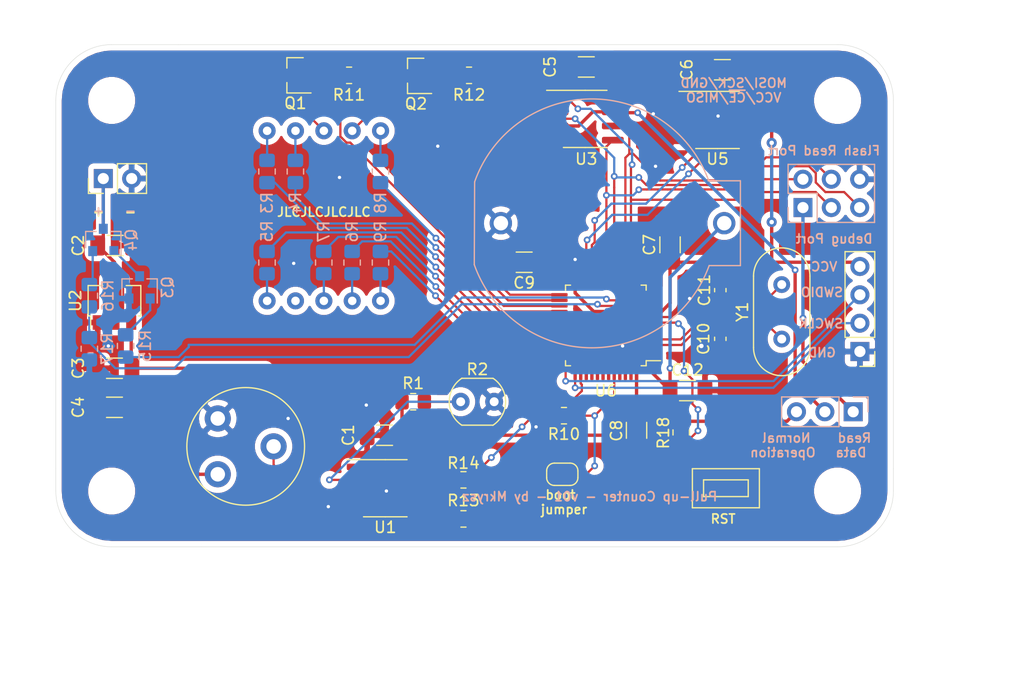
<source format=kicad_pcb>
(kicad_pcb (version 20171130) (host pcbnew "(5.1.10)-1")
  (title_block (rev 1))
  (layers (0 F.Cu signal) (31 B.Cu signal) (34 B.Paste user) (35 F.Paste user) (36 B.SilkS user) (37 F.SilkS user) (38 B.Mask user) (39 F.Mask user) (44 Edge.Cuts user))
  (net 0 "")
  (net 1 GND)
  (net 2 +BATT)
  (net 3 +3V0)
  (net 4 +3V3)
  (net 5 /boot)
  (net 6 /disp_pwr_1)
  (net 7 "Net-(Q1-Pad1)")
  (net 8 /disp_pwr_0)
  (net 9 "Net-(Q2-Pad1)")
  (net 10 "Net-(Q3-Pad3)")
  (net 11 "Net-(Q3-Pad1)")
  (net 12 "Net-(Q4-Pad2)")
  (net 13 /DIST_OUTA)
  (net 14 /dis_a)
  (net 15 "Net-(R3-Pad1)")
  (net 16 /dis_b)
  (net 17 "Net-(R4-Pad1)")
  (net 18 /dis_c)
  (net 19 "Net-(R5-Pad1)")
  (net 20 /dis_d)
  (net 21 "Net-(R6-Pad1)")
  (net 22 /dis_e)
  (net 23 "Net-(R7-Pad1)")
  (net 24 /dis_f)
  (net 25 "Net-(R8-Pad1)")
  (net 26 /dis_g)
  (net 27 "Net-(R9-Pad1)")
  (net 28 /dis_sel_1)
  (net 29 /dis_sel_0)
  (net 30 /DIST_REF)
  (net 31 "Net-(R13-Pad1)")
  (net 32 /DIST_OUTD)
  (net 33 /BAT_SENSE_EN)
  (net 34 /BAT_SENSE)
  (net 35 /~RST)
  (net 36 /SCK)
  (net 37 /MOSI)
  (net 38 /MISO)
  (net 39 /~CE)
  (net 40 /SCL)
  (net 41 /SDA)
  (net 42 "Net-(C10-Pad1)")
  (net 43 "Net-(C11-Pad1)")
  (net 44 /SWDIO)
  (net 45 /SWCLK)
  (net 46 /~HOLD)
  (net 47 /READ_PWR)
  (module Potentiometer_THT:Potentiometer_Piher_PT-10-V05_Vertical (layer F.Cu) (at 164.5 67.5)
    (fp_text reference RN1 hide)
    (fp_text value Voltage_Divider)
    (pad 1 thru_hole circle (at 0 0) (size 2.34 2.34) (drill 1.3) (layers *.Cu *.Mask) (net 4 +3V3))
    (pad 2 thru_hole circle (at 5 -2.5) (size 2.34 2.34) (drill 1.3) (layers *.Cu *.Mask) (net 30 /DIST_REF))
    (pad 3 thru_hole circle (at 0 -5) (size 2.34 2.34) (drill 1.3) (layers *.Cu *.Mask) (net 1 GND))
  )
  (module Connector_PinSocket_2.54mm:PinSocket_2x03_P2.54mm_Vertical (layer B.Cu) (at 216.9 43.6 270)
    (fp_text reference J2 hide)
    (fp_text value READ_PORT)
    (pad 6 thru_hole oval (at -2.54 -5.08 270) (size 1.7 1.7) (drill 1) (layers *.Cu *.Mask) (net 1 GND))
    (pad 5 thru_hole oval (at 0 -5.08 270) (size 1.7 1.7) (drill 1) (layers *.Cu *.Mask) (net 38 /MISO))
    (pad 4 thru_hole oval (at -2.54 -2.54 270) (size 1.7 1.7) (drill 1) (layers *.Cu *.Mask) (net 36 /SCK))
    (pad 3 thru_hole oval (at 0 -2.54 270) (size 1.7 1.7) (drill 1) (layers *.Cu *.Mask) (net 39 /~CE))
    (pad 2 thru_hole oval (at -2.54 0 270) (size 1.7 1.7) (drill 1) (layers *.Cu *.Mask) (net 37 /MOSI))
    (pad 1 thru_hole rect (at 0 0 270) (size 1.7 1.7) (drill 1) (layers *.Cu *.Mask) (net 47 /READ_PWR))
  )
  (module Connector_PinSocket_2.54mm:PinSocket_1x03_P2.54mm_Vertical (layer B.Cu) (at 221.4 61.9 90)
    (fp_text reference JP2 hide)
    (fp_text value Jumper_3_Open)
    (pad 3 thru_hole oval (at 0 -5.08 90) (size 1.7 1.7) (drill 1) (layers *.Cu *.Mask) (net 4 +3V3))
    (pad 2 thru_hole oval (at 0 -2.54 90) (size 1.7 1.7) (drill 1) (layers *.Cu *.Mask) (net 46 /~HOLD))
    (pad 1 thru_hole rect (at 0 0 90) (size 1.7 1.7) (drill 1) (layers *.Cu *.Mask) (net 47 /READ_PWR))
  )
  (module Package_SO:SOIC-8_3.9x4.9mm_P1.27mm (layer F.Cu) (at 197.4 35.655)
    (fp_text reference U3 (at 0.1 3.595) (layer F.SilkS))
    (fp_text value P25Q40H)
    (pad 8 smd roundrect (at 2.475 -1.905) (size 1.95 0.6) (layers F.Cu F.Paste F.Mask) (net 46 /~HOLD))
    (pad 7 smd roundrect (at 2.475 -0.635) (size 1.95 0.6) (layers F.Cu F.Paste F.Mask) (net 46 /~HOLD))
    (pad 6 smd roundrect (at 2.475 0.635) (size 1.95 0.6) (layers F.Cu F.Paste F.Mask) (net 36 /SCK))
    (pad 5 smd roundrect (at 2.475 1.905) (size 1.95 0.6) (layers F.Cu F.Paste F.Mask) (net 37 /MOSI))
    (pad 4 smd roundrect (at -2.475 1.905) (size 1.95 0.6) (layers F.Cu F.Paste F.Mask) (net 1 GND))
    (pad 3 smd roundrect (at -2.475 0.635) (size 1.95 0.6) (layers F.Cu F.Paste F.Mask) (net 46 /~HOLD))
    (pad 2 smd roundrect (at -2.475 -0.635) (size 1.95 0.6) (layers F.Cu F.Paste F.Mask) (net 38 /MISO))
    (pad 1 smd roundrect (at -2.475 -1.905) (size 1.95 0.6) (layers F.Cu F.Paste F.Mask) (net 39 /~CE))
  )
  (module custom_buttons_switches:TSB008 (layer F.Cu) (at 207 70.5)
    (fp_text reference SW1 hide)
    (fp_text value SW_Push)
    (pad 2 smd rect (at 6.825 -1.75) (size 1.5 0.6) (layers F.Cu F.Paste F.Mask) (net 1 GND))
    (pad 1 smd rect (at -0.825 -1.75) (size 1.5 0.6) (layers F.Cu F.Paste F.Mask) (net 35 /~RST))
  )
  (module Battery_Custom:CR2032_CR2025_Battery_Holder (layer B.Cu) (at 198 45)
    (fp_text reference BT2 hide)
    (fp_text value Battery_Cell)
    (pad 2 thru_hole circle (at -8.15 0) (size 2 2) (drill 1.3) (layers *.Cu *.Mask) (net 1 GND))
    (pad 1 thru_hole circle (at 11.85 0) (size 2 2) (drill 1.3) (layers *.Cu *.Mask) (net 3 +3V0))
  )
  (module Crystal:Crystal_HC49-4H_Vertical (layer F.Cu) (at 215 55.38 90)
    (fp_text reference Y1 (at 2.44 -3.525 90) (layer F.SilkS))
    (fp_text value 32.768KHz)
    (pad 2 thru_hole circle (at 4.88 0 90) (size 1.5 1.5) (drill 0.8) (layers *.Cu *.Mask) (net 43 "Net-(C11-Pad1)"))
    (pad 1 thru_hole circle (at 0 0 90) (size 1.5 1.5) (drill 0.8) (layers *.Cu *.Mask) (net 42 "Net-(C10-Pad1)"))
  )
  (module Resistor_SMD:R_0805_2012Metric_Pad1.20x1.40mm_HandSolder (layer F.Cu) (at 206 63.75 270)
    (fp_text reference R18 (at 0.05 1.6 90) (layer F.SilkS))
    (fp_text value 10K)
    (pad 2 smd roundrect (at 1 0 270) (size 1.2 1.4) (layers F.Cu F.Paste F.Mask) (roundrect_rratio 0.2083325) (net 35 /~RST))
    (pad 1 smd roundrect (at -1 0 270) (size 1.2 1.4) (layers F.Cu F.Paste F.Mask) (roundrect_rratio 0.2083325) (net 4 +3V3))
  )
  (module Connector_PinHeader_2.54mm:PinHeader_1x04_P2.54mm_Vertical (layer F.Cu) (at 222 56.5 180)
    (fp_text reference J1 hide)
    (fp_text value FOUR_WIRE_CONN)
    (pad 4 thru_hole oval (at 0 7.62 180) (size 1.7 1.7) (drill 1) (layers *.Cu *.Mask) (net 4 +3V3))
    (pad 3 thru_hole oval (at 0 5.08 180) (size 1.7 1.7) (drill 1) (layers *.Cu *.Mask) (net 44 /SWDIO))
    (pad 2 thru_hole oval (at 0 2.54 180) (size 1.7 1.7) (drill 1) (layers *.Cu *.Mask) (net 45 /SWCLK))
    (pad 1 thru_hole rect (at 0 0 180) (size 1.7 1.7) (drill 1) (layers *.Cu *.Mask) (net 1 GND))
  )
  (module Capacitor_SMD:C_1206_3216Metric_Pad1.33x1.80mm_HandSolder (layer F.Cu) (at 206.5625 60)
    (fp_text reference C12 (at 0 -1.85) (layer F.SilkS))
    (fp_text value 100nF)
    (pad 2 smd roundrect (at 1.5625 0) (size 1.325 1.8) (layers F.Cu F.Paste F.Mask) (roundrect_rratio 0.1886777358490566) (net 1 GND))
    (pad 1 smd roundrect (at -1.5625 0) (size 1.325 1.8) (layers F.Cu F.Paste F.Mask) (roundrect_rratio 0.1886777358490566) (net 3 +3V0))
  )
  (module Capacitor_SMD:C_0603_1608Metric_Pad1.08x0.95mm_HandSolder (layer F.Cu) (at 209.5 51 90)
    (fp_text reference C11 (at 0 -1.43 90) (layer F.SilkS))
    (fp_text value 10pF)
    (pad 2 smd roundrect (at 0.8625 0 90) (size 1.075 0.95) (layers F.Cu F.Paste F.Mask) (net 1 GND))
    (pad 1 smd roundrect (at -0.8625 0 90) (size 1.075 0.95) (layers F.Cu F.Paste F.Mask) (net 43 "Net-(C11-Pad1)"))
  )
  (module Capacitor_SMD:C_0603_1608Metric_Pad1.08x0.95mm_HandSolder (layer F.Cu) (at 209.5 55.362501 270)
    (fp_text reference C10 (at 0 1.5 90) (layer F.SilkS))
    (fp_text value 10pF)
    (pad 2 smd roundrect (at 0.8625 0 270) (size 1.075 0.95) (layers F.Cu F.Paste F.Mask) (net 1 GND))
    (pad 1 smd roundrect (at -0.8625 0 270) (size 1.075 0.95) (layers F.Cu F.Paste F.Mask) (net 42 "Net-(C10-Pad1)"))
  )
  (module Package_QFP:LQFP-48_7x7mm_P0.5mm (layer F.Cu) (at 199.25 54.1625 180)
    (fp_text reference U6 (at 0 -5.85) (layer F.SilkS))
    (fp_text value STM32F031C6Tx)
    (pad 48 smd roundrect (at -2.75 -4.1625 180) (size 0.3 1.475) (layers F.Cu F.Paste F.Mask) (net 4 +3V3))
    (pad 47 smd roundrect (at -2.25 -4.1625 180) (size 0.3 1.475) (layers F.Cu F.Paste F.Mask) (net 1 GND))
    (pad 46 smd roundrect (at -1.75 -4.1625 180) (size 0.3 1.475) (layers F.Cu F.Paste F.Mask))
    (pad 45 smd roundrect (at -1.25 -4.1625 180) (size 0.3 1.475) (layers F.Cu F.Paste F.Mask))
    (pad 44 smd roundrect (at -0.75 -4.1625 180) (size 0.3 1.475) (layers F.Cu F.Paste F.Mask) (net 5 /boot))
    (pad 43 smd roundrect (at -0.25 -4.1625 180) (size 0.3 1.475) (layers F.Cu F.Paste F.Mask))
    (pad 42 smd roundrect (at 0.25 -4.1625 180) (size 0.3 1.475) (layers F.Cu F.Paste F.Mask))
    (pad 41 smd roundrect (at 0.75 -4.1625 180) (size 0.3 1.475) (layers F.Cu F.Paste F.Mask))
    (pad 40 smd roundrect (at 1.25 -4.1625 180) (size 0.3 1.475) (layers F.Cu F.Paste F.Mask))
    (pad 39 smd roundrect (at 1.75 -4.1625 180) (size 0.3 1.475) (layers F.Cu F.Paste F.Mask))
    (pad 38 smd roundrect (at 2.25 -4.1625 180) (size 0.3 1.475) (layers F.Cu F.Paste F.Mask) (net 32 /DIST_OUTD))
    (pad 37 smd roundrect (at 2.75 -4.1625 180) (size 0.3 1.475) (layers F.Cu F.Paste F.Mask) (net 45 /SWCLK))
    (pad 36 smd roundrect (at 4.1625 -2.75 180) (size 1.475 0.3) (layers F.Cu F.Paste F.Mask))
    (pad 35 smd roundrect (at 4.1625 -2.25 180) (size 1.475 0.3) (layers F.Cu F.Paste F.Mask))
    (pad 34 smd roundrect (at 4.1625 -1.75 180) (size 1.475 0.3) (layers F.Cu F.Paste F.Mask) (net 44 /SWDIO))
    (pad 33 smd roundrect (at 4.1625 -1.25 180) (size 1.475 0.3) (layers F.Cu F.Paste F.Mask) (net 26 /dis_g))
    (pad 32 smd roundrect (at 4.1625 -0.75 180) (size 1.475 0.3) (layers F.Cu F.Paste F.Mask) (net 20 /dis_d))
    (pad 31 smd roundrect (at 4.1625 -0.25 180) (size 1.475 0.3) (layers F.Cu F.Paste F.Mask) (net 22 /dis_e))
    (pad 30 smd roundrect (at 4.1625 0.25 180) (size 1.475 0.3) (layers F.Cu F.Paste F.Mask) (net 18 /dis_c))
    (pad 29 smd roundrect (at 4.1625 0.75 180) (size 1.475 0.3) (layers F.Cu F.Paste F.Mask) (net 14 /dis_a))
    (pad 28 smd roundrect (at 4.1625 1.25 180) (size 1.475 0.3) (layers F.Cu F.Paste F.Mask) (net 16 /dis_b))
    (pad 27 smd roundrect (at 4.1625 1.75 180) (size 1.475 0.3) (layers F.Cu F.Paste F.Mask) (net 24 /dis_f))
    (pad 26 smd roundrect (at 4.1625 2.25 180) (size 1.475 0.3) (layers F.Cu F.Paste F.Mask) (net 28 /dis_sel_1))
    (pad 25 smd roundrect (at 4.1625 2.75 180) (size 1.475 0.3) (layers F.Cu F.Paste F.Mask) (net 29 /dis_sel_0))
    (pad 24 smd roundrect (at 2.75 4.1625 180) (size 0.3 1.475) (layers F.Cu F.Paste F.Mask) (net 4 +3V3))
    (pad 23 smd roundrect (at 2.25 4.1625 180) (size 0.3 1.475) (layers F.Cu F.Paste F.Mask) (net 1 GND))
    (pad 22 smd roundrect (at 1.75 4.1625 180) (size 0.3 1.475) (layers F.Cu F.Paste F.Mask) (net 41 /SDA))
    (pad 21 smd roundrect (at 1.25 4.1625 180) (size 0.3 1.475) (layers F.Cu F.Paste F.Mask) (net 40 /SCL))
    (pad 20 smd roundrect (at 0.75 4.1625 180) (size 0.3 1.475) (layers F.Cu F.Paste F.Mask))
    (pad 19 smd roundrect (at 0.25 4.1625 180) (size 0.3 1.475) (layers F.Cu F.Paste F.Mask))
    (pad 18 smd roundrect (at -0.25 4.1625 180) (size 0.3 1.475) (layers F.Cu F.Paste F.Mask))
    (pad 17 smd roundrect (at -0.75 4.1625 180) (size 0.3 1.475) (layers F.Cu F.Paste F.Mask) (net 37 /MOSI))
    (pad 16 smd roundrect (at -1.25 4.1625 180) (size 0.3 1.475) (layers F.Cu F.Paste F.Mask) (net 38 /MISO))
    (pad 15 smd roundrect (at -1.75 4.1625 180) (size 0.3 1.475) (layers F.Cu F.Paste F.Mask) (net 36 /SCK))
    (pad 14 smd roundrect (at -2.25 4.1625 180) (size 0.3 1.475) (layers F.Cu F.Paste F.Mask) (net 39 /~CE))
    (pad 13 smd roundrect (at -2.75 4.1625 180) (size 0.3 1.475) (layers F.Cu F.Paste F.Mask))
    (pad 12 smd roundrect (at -4.1625 2.75 180) (size 1.475 0.3) (layers F.Cu F.Paste F.Mask))
    (pad 11 smd roundrect (at -4.1625 2.25 180) (size 1.475 0.3) (layers F.Cu F.Paste F.Mask) (net 33 /BAT_SENSE_EN))
    (pad 10 smd roundrect (at -4.1625 1.75 180) (size 1.475 0.3) (layers F.Cu F.Paste F.Mask) (net 34 /BAT_SENSE))
    (pad 9 smd roundrect (at -4.1625 1.25 180) (size 1.475 0.3) (layers F.Cu F.Paste F.Mask) (net 4 +3V3))
    (pad 8 smd roundrect (at -4.1625 0.75 180) (size 1.475 0.3) (layers F.Cu F.Paste F.Mask) (net 1 GND))
    (pad 7 smd roundrect (at -4.1625 0.25 180) (size 1.475 0.3) (layers F.Cu F.Paste F.Mask) (net 35 /~RST))
    (pad 6 smd roundrect (at -4.1625 -0.25 180) (size 1.475 0.3) (layers F.Cu F.Paste F.Mask))
    (pad 5 smd roundrect (at -4.1625 -0.75 180) (size 1.475 0.3) (layers F.Cu F.Paste F.Mask))
    (pad 4 smd roundrect (at -4.1625 -1.25 180) (size 1.475 0.3) (layers F.Cu F.Paste F.Mask) (net 43 "Net-(C11-Pad1)"))
    (pad 3 smd roundrect (at -4.1625 -1.75 180) (size 1.475 0.3) (layers F.Cu F.Paste F.Mask) (net 42 "Net-(C10-Pad1)"))
    (pad 2 smd roundrect (at -4.1625 -2.25 180) (size 1.475 0.3) (layers F.Cu F.Paste F.Mask))
    (pad 1 smd roundrect (at -4.1625 -2.75 180) (size 1.475 0.3) (layers F.Cu F.Paste F.Mask) (net 3 +3V0))
  )
  (module Package_SO:SOIC-8_3.9x4.9mm_P1.27mm (layer F.Cu) (at 209.25 35.75)
    (fp_text reference U5 (at 0 3.5) (layer F.SilkS))
    (fp_text value AT24C02)
    (pad 8 smd roundrect (at 2.475 -1.905) (size 1.95 0.6) (layers F.Cu F.Paste F.Mask) (net 4 +3V3))
    (pad 7 smd roundrect (at 2.475 -0.635) (size 1.95 0.6) (layers F.Cu F.Paste F.Mask) (net 1 GND))
    (pad 6 smd roundrect (at 2.475 0.635) (size 1.95 0.6) (layers F.Cu F.Paste F.Mask) (net 40 /SCL))
    (pad 5 smd roundrect (at 2.475 1.905) (size 1.95 0.6) (layers F.Cu F.Paste F.Mask) (net 41 /SDA))
    (pad 4 smd roundrect (at -2.475 1.905) (size 1.95 0.6) (layers F.Cu F.Paste F.Mask) (net 1 GND))
    (pad 3 smd roundrect (at -2.475 0.635) (size 1.95 0.6) (layers F.Cu F.Paste F.Mask) (net 1 GND))
    (pad 2 smd roundrect (at -2.475 -0.635) (size 1.95 0.6) (layers F.Cu F.Paste F.Mask) (net 1 GND))
    (pad 1 smd roundrect (at -2.475 -1.905) (size 1.95 0.6) (layers F.Cu F.Paste F.Mask) (net 1 GND))
  )
  (module Seven_Segment_Display_Custom:2_Digit_0_56_inch (layer F.Cu) (at 161.3 54.5)
    (fp_text reference U4 hide)
    (fp_text value dual_sev_seg_display)
    (pad 10 thru_hole circle (at 7.62 -17.78) (size 1.524 1.524) (drill 0.762) (layers *.Cu *.Mask) (net 15 "Net-(R3-Pad1)"))
    (pad 9 thru_hole circle (at 10.16 -17.78) (size 1.524 1.524) (drill 0.762) (layers *.Cu *.Mask) (net 17 "Net-(R4-Pad1)"))
    (pad 8 thru_hole circle (at 12.7 -17.78) (size 1.524 1.524) (drill 0.762) (layers *.Cu *.Mask) (net 6 /disp_pwr_1))
    (pad 7 thru_hole circle (at 15.24 -17.78) (size 1.524 1.524) (drill 0.762) (layers *.Cu *.Mask) (net 8 /disp_pwr_0))
    (pad 6 thru_hole circle (at 17.78 -17.78) (size 1.524 1.524) (drill 0.762) (layers *.Cu *.Mask) (net 25 "Net-(R8-Pad1)"))
    (pad 5 thru_hole circle (at 17.78 -2.54) (size 1.524 1.524) (drill 0.762) (layers *.Cu *.Mask) (net 27 "Net-(R9-Pad1)"))
    (pad 4 thru_hole circle (at 15.24 -2.54) (size 1.524 1.524) (drill 0.762) (layers *.Cu *.Mask) (net 21 "Net-(R6-Pad1)"))
    (pad 3 thru_hole circle (at 12.7 -2.54) (size 1.524 1.524) (drill 0.762) (layers *.Cu *.Mask) (net 23 "Net-(R7-Pad1)"))
    (pad 2 thru_hole circle (at 10.16 -2.54) (size 1.524 1.524) (drill 0.762) (layers *.Cu *.Mask))
    (pad 1 thru_hole circle (at 7.62 -2.54) (size 1.524 1.524) (drill 0.762) (layers *.Cu *.Mask) (net 19 "Net-(R5-Pad1)"))
  )
  (module Package_TO_SOT_SMD:SOT-89-3 (layer F.Cu) (at 155.25 52.25 90)
    (fp_text reference U2 (at 0.3 -3.5 90) (layer F.SilkS))
    (fp_text value HT7333)
    (pad 2 smd custom (at -1.5625 0 90) (size 1.475 0.9) (layers F.Cu F.Paste F.Mask) (net 2 +BATT) (options (clearance outline) (anchor rect)) (primitives (gr_poly (pts (xy 0.7375 -0.8665) (xy 3.8625 -0.8665) (xy 3.8625 0.8665) (xy 0.7375 0.8665)) (width 0))))
    (pad 3 smd rect (at -1.65 1.5 90) (size 1.3 0.9) (layers F.Cu F.Paste F.Mask) (net 4 +3V3))
    (pad 1 smd rect (at -1.65 -1.5 90) (size 1.3 0.9) (layers F.Cu F.Paste F.Mask) (net 1 GND))
  )
  (module Package_SO:SOIC-8_3.9x4.9mm_P1.27mm (layer F.Cu) (at 179.5 68.75)
    (fp_text reference U1 (at 0 3.5) (layer F.SilkS))
    (fp_text value LM358)
    (pad 8 smd roundrect (at 2.475 -1.905) (size 1.95 0.6) (layers F.Cu F.Paste F.Mask) (net 4 +3V3))
    (pad 7 smd roundrect (at 2.475 -0.635) (size 1.95 0.6) (layers F.Cu F.Paste F.Mask))
    (pad 6 smd roundrect (at 2.475 0.635) (size 1.95 0.6) (layers F.Cu F.Paste F.Mask) (net 1 GND))
    (pad 5 smd roundrect (at 2.475 1.905) (size 1.95 0.6) (layers F.Cu F.Paste F.Mask) (net 1 GND))
    (pad 4 smd roundrect (at -2.475 1.905) (size 1.95 0.6) (layers F.Cu F.Paste F.Mask) (net 1 GND))
    (pad 3 smd roundrect (at -2.475 0.635) (size 1.95 0.6) (layers F.Cu F.Paste F.Mask) (net 31 "Net-(R13-Pad1)"))
    (pad 2 smd roundrect (at -2.475 -0.635) (size 1.95 0.6) (layers F.Cu F.Paste F.Mask) (net 13 /DIST_OUTA))
    (pad 1 smd roundrect (at -2.475 -1.905) (size 1.95 0.6) (layers F.Cu F.Paste F.Mask) (net 32 /DIST_OUTD))
  )
  (module Resistor_SMD:R_0805_2012Metric_Pad1.20x1.40mm_HandSolder (layer B.Cu) (at 153 56.25 90)
    (fp_text reference R17 (at 0 1.6 90) (layer B.SilkS) (effects (justify mirror)))
    (fp_text value 47K)
    (pad 2 smd roundrect (at 1 0 90) (size 1.2 1.4) (layers B.Cu B.Paste B.Mask) (roundrect_rratio 0.2083325) (net 34 /BAT_SENSE))
    (pad 1 smd roundrect (at -1 0 90) (size 1.2 1.4) (layers B.Cu B.Paste B.Mask) (roundrect_rratio 0.2083325) (net 1 GND))
  )
  (module Resistor_SMD:R_0805_2012Metric_Pad1.20x1.40mm_HandSolder (layer B.Cu) (at 153 51.5 90)
    (fp_text reference R16 (at 0 1.65 90) (layer B.SilkS) (effects (justify mirror)))
    (fp_text value 47K)
    (pad 2 smd roundrect (at 1 0 90) (size 1.2 1.4) (layers B.Cu B.Paste B.Mask) (roundrect_rratio 0.2083325) (net 12 "Net-(Q4-Pad2)"))
    (pad 1 smd roundrect (at -1 0 90) (size 1.2 1.4) (layers B.Cu B.Paste B.Mask) (roundrect_rratio 0.2083325) (net 34 /BAT_SENSE))
  )
  (module Resistor_SMD:R_0805_2012Metric_Pad1.20x1.40mm_HandSolder (layer B.Cu) (at 156.25 56 270)
    (fp_text reference R15 (at 0 -1.75 90) (layer B.SilkS) (effects (justify mirror)))
    (fp_text value 47K)
    (pad 2 smd roundrect (at 1 0 270) (size 1.2 1.4) (layers B.Cu B.Paste B.Mask) (roundrect_rratio 0.2083325) (net 33 /BAT_SENSE_EN))
    (pad 1 smd roundrect (at -1 0 270) (size 1.2 1.4) (layers B.Cu B.Paste B.Mask) (roundrect_rratio 0.2083325) (net 11 "Net-(Q3-Pad1)"))
  )
  (module Resistor_SMD:R_0805_2012Metric_Pad1.20x1.40mm_HandSolder (layer F.Cu) (at 186.5 68 180)
    (fp_text reference R14 (at 0 1.5) (layer F.SilkS))
    (fp_text value R)
    (pad 2 smd roundrect (at 1 0 180) (size 1.2 1.4) (layers F.Cu F.Paste F.Mask) (roundrect_rratio 0.2083325) (net 31 "Net-(R13-Pad1)"))
    (pad 1 smd roundrect (at -1 0 180) (size 1.2 1.4) (layers F.Cu F.Paste F.Mask) (roundrect_rratio 0.2083325) (net 32 /DIST_OUTD))
  )
  (module Resistor_SMD:R_0805_2012Metric_Pad1.20x1.40mm_HandSolder (layer F.Cu) (at 186.5 71.5)
    (fp_text reference R13 (at 0 -1.65) (layer F.SilkS))
    (fp_text value R)
    (pad 2 smd roundrect (at 1 0) (size 1.2 1.4) (layers F.Cu F.Paste F.Mask) (roundrect_rratio 0.2083325) (net 30 /DIST_REF))
    (pad 1 smd roundrect (at -1 0) (size 1.2 1.4) (layers F.Cu F.Paste F.Mask) (roundrect_rratio 0.2083325) (net 31 "Net-(R13-Pad1)"))
  )
  (module Resistor_SMD:R_0805_2012Metric_Pad1.20x1.40mm_HandSolder (layer F.Cu) (at 187 31.75)
    (fp_text reference R12 (at 0 1.75) (layer F.SilkS))
    (fp_text value 1K2)
    (pad 2 smd roundrect (at 1 0) (size 1.2 1.4) (layers F.Cu F.Paste F.Mask) (roundrect_rratio 0.2083325) (net 29 /dis_sel_0))
    (pad 1 smd roundrect (at -1 0) (size 1.2 1.4) (layers F.Cu F.Paste F.Mask) (roundrect_rratio 0.2083325) (net 9 "Net-(Q2-Pad1)"))
  )
  (module Resistor_SMD:R_0805_2012Metric_Pad1.20x1.40mm_HandSolder (layer F.Cu) (at 176.26 31.75)
    (fp_text reference R11 (at -0.01 1.75) (layer F.SilkS))
    (fp_text value 1K2)
    (pad 2 smd roundrect (at 1 0) (size 1.2 1.4) (layers F.Cu F.Paste F.Mask) (roundrect_rratio 0.2083325) (net 28 /dis_sel_1))
    (pad 1 smd roundrect (at -1 0) (size 1.2 1.4) (layers F.Cu F.Paste F.Mask) (roundrect_rratio 0.2083325) (net 7 "Net-(Q1-Pad1)"))
  )
  (module Resistor_SMD:R_0805_2012Metric_Pad1.20x1.40mm_HandSolder (layer F.Cu) (at 195.5 62.25 180)
    (fp_text reference R10 (at 0 -1.65) (layer F.SilkS))
    (fp_text value 10K)
    (pad 2 smd roundrect (at 1 0 180) (size 1.2 1.4) (layers F.Cu F.Paste F.Mask) (roundrect_rratio 0.2083325) (net 1 GND))
    (pad 1 smd roundrect (at -1 0 180) (size 1.2 1.4) (layers F.Cu F.Paste F.Mask) (roundrect_rratio 0.2083325) (net 5 /boot))
  )
  (module Resistor_SMD:R_0805_2012Metric_Pad1.20x1.40mm_HandSolder (layer B.Cu) (at 179.07 48.53 90)
    (fp_text reference R9 (at 2.778 0 270) (layer B.SilkS) (effects (justify mirror)))
    (fp_text value 1K)
    (pad 2 smd roundrect (at 1 0 90) (size 1.2 1.4) (layers B.Cu B.Paste B.Mask) (roundrect_rratio 0.2083325) (net 26 /dis_g))
    (pad 1 smd roundrect (at -1 0 90) (size 1.2 1.4) (layers B.Cu B.Paste B.Mask) (roundrect_rratio 0.2083325) (net 27 "Net-(R9-Pad1)"))
  )
  (module Resistor_SMD:R_0805_2012Metric_Pad1.20x1.40mm_HandSolder (layer B.Cu) (at 179.07 40.37 270)
    (fp_text reference R8 (at 2.81 0 270) (layer B.SilkS) (effects (justify mirror)))
    (fp_text value 1K)
    (pad 2 smd roundrect (at 1 0 270) (size 1.2 1.4) (layers B.Cu B.Paste B.Mask) (roundrect_rratio 0.2083325) (net 24 /dis_f))
    (pad 1 smd roundrect (at -1 0 270) (size 1.2 1.4) (layers B.Cu B.Paste B.Mask) (roundrect_rratio 0.2083325) (net 25 "Net-(R8-Pad1)"))
  )
  (module Resistor_SMD:R_0805_2012Metric_Pad1.20x1.40mm_HandSolder (layer B.Cu) (at 173.99 48.53 90)
    (fp_text reference R7 (at 2.778 0 270) (layer B.SilkS) (effects (justify mirror)))
    (fp_text value 1K)
    (pad 2 smd roundrect (at 1 0 90) (size 1.2 1.4) (layers B.Cu B.Paste B.Mask) (roundrect_rratio 0.2083325) (net 22 /dis_e))
    (pad 1 smd roundrect (at -1 0 90) (size 1.2 1.4) (layers B.Cu B.Paste B.Mask) (roundrect_rratio 0.2083325) (net 23 "Net-(R7-Pad1)"))
  )
  (module Resistor_SMD:R_0805_2012Metric_Pad1.20x1.40mm_HandSolder (layer B.Cu) (at 176.53 48.53 90)
    (fp_text reference R6 (at 2.778 0 270) (layer B.SilkS) (effects (justify mirror)))
    (fp_text value 1K)
    (pad 2 smd roundrect (at 1 0 90) (size 1.2 1.4) (layers B.Cu B.Paste B.Mask) (roundrect_rratio 0.2083325) (net 20 /dis_d))
    (pad 1 smd roundrect (at -1 0 90) (size 1.2 1.4) (layers B.Cu B.Paste B.Mask) (roundrect_rratio 0.2083325) (net 21 "Net-(R6-Pad1)"))
  )
  (module Resistor_SMD:R_0805_2012Metric_Pad1.20x1.40mm_HandSolder (layer B.Cu) (at 168.91 48.53 90)
    (fp_text reference R5 (at 2.794 0 270) (layer B.SilkS) (effects (justify mirror)))
    (fp_text value 1K)
    (pad 2 smd roundrect (at 1 0 90) (size 1.2 1.4) (layers B.Cu B.Paste B.Mask) (roundrect_rratio 0.2083325) (net 18 /dis_c))
    (pad 1 smd roundrect (at -1 0 90) (size 1.2 1.4) (layers B.Cu B.Paste B.Mask) (roundrect_rratio 0.2083325) (net 19 "Net-(R5-Pad1)"))
  )
  (module Resistor_SMD:R_0805_2012Metric_Pad1.20x1.40mm_HandSolder (layer B.Cu) (at 171.45 40.37 270)
    (fp_text reference R4 (at 2.81 0 270) (layer B.SilkS) (effects (justify mirror)))
    (fp_text value 1K)
    (pad 2 smd roundrect (at 1 0 270) (size 1.2 1.4) (layers B.Cu B.Paste B.Mask) (roundrect_rratio 0.2083325) (net 16 /dis_b))
    (pad 1 smd roundrect (at -1 0 270) (size 1.2 1.4) (layers B.Cu B.Paste B.Mask) (roundrect_rratio 0.2083325) (net 17 "Net-(R4-Pad1)"))
  )
  (module Resistor_SMD:R_0805_2012Metric_Pad1.20x1.40mm_HandSolder (layer B.Cu) (at 168.91 40.37 270)
    (fp_text reference R3 (at 2.81 0 270) (layer B.SilkS) (effects (justify mirror)))
    (fp_text value 1K)
    (pad 2 smd roundrect (at 1 0 270) (size 1.2 1.4) (layers B.Cu B.Paste B.Mask) (roundrect_rratio 0.2083325) (net 14 /dis_a))
    (pad 1 smd roundrect (at -1 0 270) (size 1.2 1.4) (layers B.Cu B.Paste B.Mask) (roundrect_rratio 0.2083325) (net 15 "Net-(R3-Pad1)"))
  )
  (module OptoDevice:R_LDR_5.0x4.1mm_P3mm_Vertical (layer F.Cu) (at 186.25 61)
    (fp_text reference R2 (at 1.5 -2.9) (layer F.SilkS))
    (fp_text value R_PHOTO)
    (pad 2 thru_hole circle (at 3 0) (size 1.6 1.6) (drill 0.8) (layers *.Cu *.Mask) (net 1 GND))
    (pad 1 thru_hole circle (at 0 0) (size 1.6 1.6) (drill 0.8) (layers *.Cu *.Mask) (net 13 /DIST_OUTA))
  )
  (module Resistor_SMD:R_0805_2012Metric_Pad1.20x1.40mm_HandSolder (layer F.Cu) (at 182 61)
    (fp_text reference R1 (at 0 -1.65) (layer F.SilkS))
    (fp_text value 10K)
    (pad 2 smd roundrect (at 1 0) (size 1.2 1.4) (layers F.Cu F.Paste F.Mask) (roundrect_rratio 0.2083325) (net 13 /DIST_OUTA))
    (pad 1 smd roundrect (at -1 0) (size 1.2 1.4) (layers F.Cu F.Paste F.Mask) (roundrect_rratio 0.2083325) (net 4 +3V3))
  )
  (module Package_TO_SOT_SMD:SOT-23 (layer B.Cu) (at 154.25 46.5 90)
    (fp_text reference Q4 (at 0 2.5 90) (layer B.SilkS) (effects (justify mirror)))
    (fp_text value MMBT3906)
    (pad 3 smd rect (at 1 0 90) (size 0.9 0.8) (layers B.Cu B.Paste B.Mask) (net 2 +BATT))
    (pad 2 smd rect (at -1 -0.95 90) (size 0.9 0.8) (layers B.Cu B.Paste B.Mask) (net 12 "Net-(Q4-Pad2)"))
    (pad 1 smd rect (at -1 0.95 90) (size 0.9 0.8) (layers B.Cu B.Paste B.Mask) (net 10 "Net-(Q3-Pad3)"))
  )
  (module Package_TO_SOT_SMD:SOT-23 (layer B.Cu) (at 157.5 50.75 90)
    (fp_text reference Q3 (at 0 2.5 90) (layer B.SilkS) (effects (justify mirror)))
    (fp_text value MMBT3904)
    (pad 3 smd rect (at 1 0 90) (size 0.9 0.8) (layers B.Cu B.Paste B.Mask) (net 10 "Net-(Q3-Pad3)"))
    (pad 2 smd rect (at -1 -0.95 90) (size 0.9 0.8) (layers B.Cu B.Paste B.Mask) (net 1 GND))
    (pad 1 smd rect (at -1 0.95 90) (size 0.9 0.8) (layers B.Cu B.Paste B.Mask) (net 11 "Net-(Q3-Pad1)"))
  )
  (module Package_TO_SOT_SMD:SOT-23 (layer F.Cu) (at 182.25 31.8 180)
    (fp_text reference Q2 (at 0 -2.5) (layer F.SilkS))
    (fp_text value MMBT3904)
    (pad 3 smd rect (at 1 0 180) (size 0.9 0.8) (layers F.Cu F.Paste F.Mask) (net 8 /disp_pwr_0))
    (pad 2 smd rect (at -1 0.95 180) (size 0.9 0.8) (layers F.Cu F.Paste F.Mask) (net 1 GND))
    (pad 1 smd rect (at -1 -0.95 180) (size 0.9 0.8) (layers F.Cu F.Paste F.Mask) (net 9 "Net-(Q2-Pad1)"))
  )
  (module Package_TO_SOT_SMD:SOT-23 (layer F.Cu) (at 171.45 31.75 180)
    (fp_text reference Q1 (at 0 -2.5) (layer F.SilkS))
    (fp_text value MMBT3904)
    (pad 3 smd rect (at 1 0 180) (size 0.9 0.8) (layers F.Cu F.Paste F.Mask) (net 6 /disp_pwr_1))
    (pad 2 smd rect (at -1 0.95 180) (size 0.9 0.8) (layers F.Cu F.Paste F.Mask) (net 1 GND))
    (pad 1 smd rect (at -1 -0.95 180) (size 0.9 0.8) (layers F.Cu F.Paste F.Mask) (net 7 "Net-(Q1-Pad1)"))
  )
  (module Jumper:SolderJumper-2_P1.3mm_Open_RoundedPad1.0x1.5mm (layer F.Cu) (at 195.35 67.5)
    (fp_text reference JP1 hide)
    (fp_text value Jumper_2_Open)
    (pad 2 smd custom (at 0.65 0) (size 1 0.5) (layers F.Cu F.Mask) (net 5 /boot) (options (clearance outline) (anchor rect)) (primitives (gr_circle (center 0 0.25) (end 0.5 0.25) (width 0)) (gr_circle (center 0 -0.25) (end 0.5 -0.25) (width 0)) (gr_poly (pts (xy 0 -0.75) (xy -0.5 -0.75) (xy -0.5 0.75) (xy 0 0.75)) (width 0))))
    (pad 1 smd custom (at -0.65 0) (size 1 0.5) (layers F.Cu F.Mask) (net 4 +3V3) (options (clearance outline) (anchor rect)) (primitives (gr_circle (center 0 0.25) (end 0.5 0.25) (width 0)) (gr_circle (center 0 -0.25) (end 0.5 -0.25) (width 0)) (gr_poly (pts (xy 0 -0.75) (xy 0.5 -0.75) (xy 0.5 0.75) (xy 0 0.75)) (width 0))))
  )
  (module MountingHole:MountingHole_3.2mm_M3 (layer F.Cu) (at 220 69)
    (fp_text reference H4 hide)
    (fp_text value M3)
    (pad 1 np_thru_hole circle (at 0 0) (size 3.2 3.2) (drill 3.2) (layers *.Cu *.Mask))
  )
  (module MountingHole:MountingHole_3.2mm_M3 (layer F.Cu) (at 155 34)
    (fp_text reference H3 hide)
    (fp_text value M3)
    (pad 1 np_thru_hole circle (at 0 0) (size 3.2 3.2) (drill 3.2) (layers *.Cu *.Mask))
  )
  (module MountingHole:MountingHole_3.2mm_M3 (layer F.Cu) (at 155 69)
    (fp_text reference H2 hide)
    (fp_text value M3)
    (pad 1 np_thru_hole circle (at 0 0) (size 3.2 3.2) (drill 3.2) (layers *.Cu *.Mask))
  )
  (module MountingHole:MountingHole_3.2mm_M3 (layer F.Cu) (at 220 34)
    (fp_text reference H1 hide)
    (fp_text value M3)
    (pad 1 np_thru_hole circle (at 0 0) (size 3.2 3.2) (drill 3.2) (layers *.Cu *.Mask))
  )
  (module Capacitor_SMD:C_1206_3216Metric_Pad1.33x1.80mm_HandSolder (layer F.Cu) (at 191.9375 48.5 180)
    (fp_text reference C9 (at 0 -1.85) (layer F.SilkS))
    (fp_text value 4.7uF)
    (pad 2 smd roundrect (at 1.5625 0 180) (size 1.325 1.8) (layers F.Cu F.Paste F.Mask) (roundrect_rratio 0.1886777358490566) (net 1 GND))
    (pad 1 smd roundrect (at -1.5625 0 180) (size 1.325 1.8) (layers F.Cu F.Paste F.Mask) (roundrect_rratio 0.1886777358490566) (net 4 +3V3))
  )
  (module Capacitor_SMD:C_1206_3216Metric_Pad1.33x1.80mm_HandSolder (layer F.Cu) (at 202 63.5625 270)
    (fp_text reference C8 (at 0.0375 1.8 90) (layer F.SilkS))
    (fp_text value 100nF)
    (pad 2 smd roundrect (at 1.5625 0 270) (size 1.325 1.8) (layers F.Cu F.Paste F.Mask) (roundrect_rratio 0.1886777358490566) (net 1 GND))
    (pad 1 smd roundrect (at -1.5625 0 270) (size 1.325 1.8) (layers F.Cu F.Paste F.Mask) (roundrect_rratio 0.1886777358490566) (net 4 +3V3))
  )
  (module Capacitor_SMD:C_1206_3216Metric_Pad1.33x1.80mm_HandSolder (layer F.Cu) (at 205 46.9375 90)
    (fp_text reference C7 (at 0 -1.85 90) (layer F.SilkS))
    (fp_text value 100nF)
    (pad 2 smd roundrect (at 1.5625 0 90) (size 1.325 1.8) (layers F.Cu F.Paste F.Mask) (roundrect_rratio 0.1886777358490566) (net 1 GND))
    (pad 1 smd roundrect (at -1.5625 0 90) (size 1.325 1.8) (layers F.Cu F.Paste F.Mask) (roundrect_rratio 0.1886777358490566) (net 4 +3V3))
  )
  (module Capacitor_SMD:C_1206_3216Metric_Pad1.33x1.80mm_HandSolder (layer F.Cu) (at 209.6875 31.25 180)
    (fp_text reference C6 (at 3.1875 0 90) (layer F.SilkS))
    (fp_text value 1uF)
    (pad 2 smd roundrect (at 1.5625 0 180) (size 1.325 1.8) (layers F.Cu F.Paste F.Mask) (roundrect_rratio 0.1886777358490566) (net 1 GND))
    (pad 1 smd roundrect (at -1.5625 0 180) (size 1.325 1.8) (layers F.Cu F.Paste F.Mask) (roundrect_rratio 0.1886777358490566) (net 4 +3V3))
  )
  (module Capacitor_SMD:C_1206_3216Metric_Pad1.33x1.80mm_HandSolder (layer F.Cu) (at 197.5 31 180)
    (fp_text reference C5 (at 3.25 0 90) (layer F.SilkS))
    (fp_text value 1uF)
    (pad 2 smd roundrect (at 1.5625 0 180) (size 1.325 1.8) (layers F.Cu F.Paste F.Mask) (roundrect_rratio 0.1886777358490566) (net 1 GND))
    (pad 1 smd roundrect (at -1.5625 0 180) (size 1.325 1.8) (layers F.Cu F.Paste F.Mask) (roundrect_rratio 0.1886777358490566) (net 46 /~HOLD))
  )
  (module Capacitor_SMD:C_1206_3216Metric_Pad1.33x1.80mm_HandSolder (layer F.Cu) (at 155.25 61.5 180)
    (fp_text reference C4 (at 3.25 0 90) (layer F.SilkS))
    (fp_text value 100nF)
    (pad 2 smd roundrect (at 1.5625 0 180) (size 1.325 1.8) (layers F.Cu F.Paste F.Mask) (roundrect_rratio 0.1886777358490566) (net 1 GND))
    (pad 1 smd roundrect (at -1.5625 0 180) (size 1.325 1.8) (layers F.Cu F.Paste F.Mask) (roundrect_rratio 0.1886777358490566) (net 4 +3V3))
  )
  (module Capacitor_SMD:C_1206_3216Metric_Pad1.33x1.80mm_HandSolder (layer F.Cu) (at 155.25 58 180)
    (fp_text reference C3 (at 3.25 0 90) (layer F.SilkS))
    (fp_text value 10uF)
    (pad 2 smd roundrect (at 1.5625 0 180) (size 1.325 1.8) (layers F.Cu F.Paste F.Mask) (roundrect_rratio 0.1886777358490566) (net 1 GND))
    (pad 1 smd roundrect (at -1.5625 0 180) (size 1.325 1.8) (layers F.Cu F.Paste F.Mask) (roundrect_rratio 0.1886777358490566) (net 4 +3V3))
  )
  (module Capacitor_SMD:C_1206_3216Metric_Pad1.33x1.80mm_HandSolder (layer F.Cu) (at 155.3125 47)
    (fp_text reference C2 (at -3.3125 0 90) (layer F.SilkS))
    (fp_text value 10uF)
    (pad 2 smd roundrect (at 1.5625 0) (size 1.325 1.8) (layers F.Cu F.Paste F.Mask) (roundrect_rratio 0.1886777358490566) (net 1 GND))
    (pad 1 smd roundrect (at -1.5625 0) (size 1.325 1.8) (layers F.Cu F.Paste F.Mask) (roundrect_rratio 0.1886777358490566) (net 2 +BATT))
  )
  (module Capacitor_SMD:C_1206_3216Metric_Pad1.33x1.80mm_HandSolder (layer F.Cu) (at 179.4375 64 180)
    (fp_text reference C1 (at 3.25 0 90) (layer F.SilkS))
    (fp_text value 1uF)
    (pad 2 smd roundrect (at 1.5625 0 180) (size 1.325 1.8) (layers F.Cu F.Paste F.Mask) (roundrect_rratio 0.1886777358490566) (net 1 GND))
    (pad 1 smd roundrect (at -1.5625 0 180) (size 1.325 1.8) (layers F.Cu F.Paste F.Mask) (roundrect_rratio 0.1886777358490566) (net 4 +3V3))
  )
  (module Connector_PinHeader_2.54mm:PinHeader_1x02_P2.54mm_Vertical (layer F.Cu) (at 154.25 41 90)
    (fp_text reference BT1 hide)
    (fp_text value Battery)
    (pad 2 thru_hole oval (at 0 2.54 90) (size 1.7 1.7) (drill 1) (layers *.Cu *.Mask) (net 1 GND))
    (pad 1 thru_hole rect (at 0 0 90) (size 1.7 1.7) (drill 1) (layers *.Cu *.Mask) (net 2 +BATT))
  )
  (gr_text JLCJLCJLCJLC (at 174 44) (layer F.SilkS) (effects (font (size 0.8128 0.8128) (thickness 0.1524))))
  (gr_text "Debug Port" (at 219.7 46.4) (layer B.SilkS) (effects (font (size 0.8128 0.8128) (thickness 0.1524)) (justify mirror)))
  (gr_text "Flash Read Port" (at 218.8 38.5) (layer B.SilkS) (effects (font (size 0.8128 0.8128) (thickness 0.1524)) (justify mirror)))
  (gr_text GND (at 218.6 56.6) (layer B.SilkS) (effects (font (size 0.8128 0.8128) (thickness 0.1524)) (justify mirror)))
  (gr_text SWCLK (at 218.5 54) (layer B.SilkS) (effects (font (size 0.8128 0.8128) (thickness 0.1524)) (justify mirror)))
  (gr_text SWDIO (at 218.6 51.2) (layer B.SilkS) (effects (font (size 0.8128 0.8128) (thickness 0.1524)) (justify mirror)))
  (gr_text VCC (at 218.8 48.9) (layer B.SilkS) (effects (font (size 0.8128 0.8128) (thickness 0.1524)) (justify mirror)))
  (gr_text "MOSI/SCK/GND\nVCC/~CE~/MISO" (at 210.7 33.1) (layer B.SilkS) (effects (font (size 0.8128 0.8128) (thickness 0.1524)) (justify mirror)))
  (gr_text "Read \nData" (at 221.2 64.9) (layer B.SilkS) (effects (font (size 0.8128 0.8128) (thickness 0.1524)) (justify mirror)))
  (gr_text "Normal \nOperation" (at 215.1 64.9) (layer B.SilkS) (effects (font (size 0.8128 0.8128) (thickness 0.1524)) (justify mirror)))
  (gr_text "Pull-up Counter - v01 - by Mkrysz" (at 197.8 69.5) (layer B.SilkS) (effects (font (size 0.8128 0.8128) (thickness 0.1524)) (justify mirror)))
  (gr_text "+   -" (at 155.25 44 180) (layer B.SilkS) (effects (font (size 0.8128 0.8128) (thickness 0.1524)) (justify mirror)))
  (gr_text "+   -" (at 155.25 44) (layer F.SilkS) (effects (font (size 0.8128 0.8128) (thickness 0.1524))))
  (gr_text RST (at 209.75 71.5) (layer F.SilkS) (effects (font (size 0.8128 0.8128) (thickness 0.1524))))
  (gr_text "boot \njumper" (at 195.5 70) (layer F.SilkS) (effects (font (size 0.8128 0.8128) (thickness 0.1524))))
  (gr_line (start 155 74) (end 163 74) (layer Edge.Cuts) (width 0.0381))
  (gr_line (start 150 69) (end 150 67) (layer Edge.Cuts) (width 0.0381))
  (gr_arc (start 155 69) (end 150 69) (angle -90) (layer Edge.Cuts) (width 0.0381))
  (gr_arc (start 155 34) (end 155 29) (angle -90) (layer Edge.Cuts) (width 0.0381))
  (gr_line (start 161 29) (end 155 29) (layer Edge.Cuts) (width 0.0381))
  (gr_arc (start 220 69) (end 220 74) (angle -90) (layer Edge.Cuts) (width 0.0381))
  (gr_line (start 225 67) (end 225 69) (layer Edge.Cuts) (width 0.0381))
  (gr_line (start 150 67) (end 150 34) (layer Edge.Cuts) (width 0.0381))
  (gr_arc (start 220 34) (end 225 34) (angle -90) (layer Edge.Cuts) (width 0.0381))
  (gr_line (start 220 74) (end 163 74) (layer Edge.Cuts) (width 0.0381))
  (gr_line (start 220 29) (end 161 29) (layer Edge.Cuts) (width 0.0381))
  (gr_line (start 225 34) (end 225 67) (layer Edge.Cuts) (width 0.0381))
  (via (at 193 63.25) (size 0.6) (drill 0.3) (layers F.Cu B.Cu) (net 1))
  (segment (start 194 62.25) (end 193 63.25) (width 0.2) (layer F.Cu) (net 1))
  (segment (start 194.5 62.25) (end 194 62.25) (width 0.2) (layer F.Cu) (net 1))
  (via (at 200.75 56) (size 0.6) (drill 0.3) (layers F.Cu B.Cu) (net 1))
  (segment (start 201.5 56.75) (end 200.75 56) (width 0.2) (layer F.Cu) (net 1))
  (segment (start 201.5 58.325) (end 201.5 56.75) (width 0.2) (layer F.Cu) (net 1))
  (via (at 206.75 51.75) (size 0.6) (drill 0.3) (layers F.Cu B.Cu) (net 1))
  (segment (start 205.0875 53.4125) (end 206.75 51.75) (width 0.2) (layer F.Cu) (net 1))
  (segment (start 203.4125 53.4125) (end 205.0875 53.4125) (width 0.2) (layer F.Cu) (net 1))
  (via (at 196.5 48.25) (size 0.6) (drill 0.3) (layers F.Cu B.Cu) (net 1))
  (segment (start 197 48.75) (end 196.5 48.25) (width 0.2) (layer F.Cu) (net 1))
  (segment (start 197 50) (end 197 48.75) (width 0.2) (layer F.Cu) (net 1))
  (via (at 154.7 56) (size 0.6) (drill 0.3) (layers F.Cu B.Cu) (net 1))
  (via (at 209.3 35.4) (size 0.6) (drill 0.3) (layers F.Cu B.Cu) (net 1))
  (via (at 203.5 35.2) (size 0.6) (drill 0.3) (layers F.Cu B.Cu) (net 1))
  (via (at 203.7 39.9) (size 0.6) (drill 0.3) (layers F.Cu B.Cu) (net 1))
  (segment (start 206.775 33.845) (end 206.775 35.115) (width 0.3) (layer F.Cu) (net 1))
  (via (at 184.2 38.1) (size 0.6) (drill 0.3) (layers F.Cu B.Cu) (net 1))
  (via (at 175.4 40.9) (size 0.6) (drill 0.3) (layers F.Cu B.Cu) (net 1))
  (via (at 171.3 48.6) (size 0.6) (drill 0.3) (layers F.Cu B.Cu) (net 1))
  (via (at 179.6 69) (size 0.6) (drill 0.3) (layers F.Cu B.Cu) (net 1))
  (via (at 174.4 70.4) (size 0.6) (drill 0.3) (layers F.Cu B.Cu) (net 1))
  (via (at 170.8 62.5) (size 0.6) (drill 0.3) (layers F.Cu B.Cu) (net 1))
  (via (at 177.8 61.3) (size 0.6) (drill 0.3) (layers F.Cu B.Cu) (net 1))
  (via (at 207.8 56) (size 0.9) (drill 0.4) (layers F.Cu B.Cu) (net 1))
  (segment (start 174.655 70.655) (end 174.4 70.4) (width 0.2) (layer F.Cu) (net 1))
  (segment (start 177.025 70.655) (end 174.655 70.655) (width 0.2) (layer F.Cu) (net 1))
  (segment (start 154.25 41) (end 154.25 45.5) (width 0.3) (layer B.Cu) (net 2))
  (segment (start 154.25 46.5) (end 153.75 47) (width 0.3) (layer F.Cu) (net 2))
  (segment (start 154.25 41) (end 154.25 46.5) (width 0.3) (layer F.Cu) (net 2))
  (segment (start 155.25 48.5) (end 155.25 53.8125) (width 0.3) (layer F.Cu) (net 2))
  (segment (start 153.75 47) (end 155.25 48.5) (width 0.3) (layer F.Cu) (net 2))
  (segment (start 203.4125 58.4125) (end 205 60) (width 0.3) (layer F.Cu) (net 3))
  (segment (start 203.4125 56.9125) (end 203.4125 58.4125) (width 0.3) (layer F.Cu) (net 3))
  (via (at 205 58) (size 0.6) (drill 0.3) (layers F.Cu B.Cu) (net 3))
  (segment (start 205 60) (end 205 58) (width 0.3) (layer F.Cu) (net 3))
  (segment (start 205 49.85) (end 209.85 45) (width 0.3) (layer B.Cu) (net 3))
  (segment (start 205 58) (end 205 49.85) (width 0.3) (layer B.Cu) (net 3))
  (segment (start 156.75 57.9375) (end 156.8125 58) (width 0.3) (layer F.Cu) (net 4))
  (segment (start 156.75 53.9) (end 156.75 57.9375) (width 0.3) (layer F.Cu) (net 4))
  (segment (start 156.8125 58) (end 156.8125 61.5) (width 0.3) (layer F.Cu) (net 4))
  (segment (start 168.79 58) (end 170.29 59.5) (width 0.3) (layer F.Cu) (net 4))
  (segment (start 156.8125 58) (end 168.79 58) (width 0.3) (layer F.Cu) (net 4))
  (segment (start 179.5 59.5) (end 181 61) (width 0.3) (layer F.Cu) (net 4))
  (segment (start 170.29 59.5) (end 179.5 59.5) (width 0.3) (layer F.Cu) (net 4))
  (segment (start 181 61) (end 181 64) (width 0.3) (layer F.Cu) (net 4))
  (segment (start 181.975 64.975) (end 181 64) (width 0.3) (layer F.Cu) (net 4))
  (segment (start 181.975 66.845) (end 181.975 64.975) (width 0.3) (layer F.Cu) (net 4))
  (segment (start 181 64) (end 191.2 64) (width 0.3) (layer F.Cu) (net 4))
  (segment (start 200 64) (end 202 62) (width 0.3) (layer F.Cu) (net 4))
  (segment (start 194.7 64.05) (end 194.75 64) (width 0.3) (layer F.Cu) (net 4))
  (segment (start 194.7 67.5) (end 194.7 64.05) (width 0.3) (layer F.Cu) (net 4))
  (segment (start 194.75 64) (end 200 64) (width 0.3) (layer F.Cu) (net 4))
  (segment (start 191.2 64) (end 194.75 64) (width 0.3) (layer F.Cu) (net 4))
  (segment (start 202.75 62.75) (end 202 62) (width 0.3) (layer F.Cu) (net 4))
  (segment (start 206 62.75) (end 202.75 62.75) (width 0.3) (layer F.Cu) (net 4))
  (segment (start 202 58.325) (end 202 62) (width 0.3) (layer F.Cu) (net 4))
  (segment (start 202.0875 52.9125) (end 202 53) (width 0.3) (layer F.Cu) (net 4))
  (segment (start 203.4125 52.9125) (end 202.0875 52.9125) (width 0.3) (layer F.Cu) (net 4))
  (segment (start 202 58.325) (end 202 53) (width 0.3) (layer F.Cu) (net 4))
  (segment (start 196.5 51.25) (end 196.588558 51.338558) (width 0.3) (layer F.Cu) (net 4))
  (segment (start 196.5 50) (end 196.5 51.25) (width 0.3) (layer F.Cu) (net 4))
  (segment (start 195 48.5) (end 196.5 50) (width 0.3) (layer F.Cu) (net 4))
  (segment (start 193.5 48.5) (end 195 48.5) (width 0.3) (layer F.Cu) (net 4))
  (segment (start 221.62 48.5) (end 222 48.88) (width 0.3) (layer F.Cu) (net 4))
  (segment (start 198.1625 52.9125) (end 196.588558 51.338558) (width 0.3) (layer F.Cu) (net 4))
  (segment (start 203.4125 52.9125) (end 198.1625 52.9125) (width 0.3) (layer F.Cu) (net 4))
  (segment (start 204.251058 52.9125) (end 203.4125 52.9125) (width 0.3) (layer F.Cu) (net 4))
  (segment (start 205 52.163558) (end 204.251058 52.9125) (width 0.3) (layer F.Cu) (net 4))
  (segment (start 205 48.5) (end 205 52.163558) (width 0.3) (layer F.Cu) (net 4))
  (segment (start 211.725 31.725) (end 211.25 31.25) (width 0.3) (layer F.Cu) (net 4))
  (segment (start 211.725 33.845) (end 211.725 31.725) (width 0.3) (layer F.Cu) (net 4))
  (segment (start 215.470001 62.749999) (end 216.32 61.9) (width 0.3) (layer F.Cu) (net 4))
  (segment (start 206 62.75) (end 215.470001 62.749999) (width 0.3) (layer F.Cu) (net 4))
  (via (at 214.1 37.8) (size 0.9) (drill 0.4) (layers F.Cu B.Cu) (net 4))
  (segment (start 214.1 35.245) (end 214.1 37.8) (width 0.3) (layer F.Cu) (net 4))
  (segment (start 212.7 33.845) (end 214.1 35.245) (width 0.3) (layer F.Cu) (net 4))
  (segment (start 211.725 33.845) (end 212.7 33.845) (width 0.3) (layer F.Cu) (net 4))
  (via (at 214.1 44.9) (size 0.9) (drill 0.4) (layers F.Cu B.Cu) (net 4))
  (segment (start 214.1 37.8) (end 214.1 44.9) (width 0.3) (layer B.Cu) (net 4))
  (segment (start 214.1 48.4) (end 214 48.5) (width 0.3) (layer F.Cu) (net 4))
  (segment (start 214.1 44.9) (end 214.1 48.4) (width 0.3) (layer F.Cu) (net 4))
  (segment (start 214 48.5) (end 221.62 48.5) (width 0.3) (layer F.Cu) (net 4))
  (segment (start 205 48.5) (end 214 48.5) (width 0.3) (layer F.Cu) (net 4))
  (segment (start 162.8125 67.5) (end 156.8125 61.5) (width 0.3) (layer F.Cu) (net 4))
  (segment (start 164.5 67.5) (end 162.8125 67.5) (width 0.3) (layer F.Cu) (net 4))
  (via (at 198.25 66.75) (size 0.6) (drill 0.3) (layers F.Cu B.Cu) (net 5))
  (segment (start 197.5 67.5) (end 198.25 66.75) (width 0.2) (layer F.Cu) (net 5))
  (segment (start 196 67.5) (end 197.5 67.5) (width 0.2) (layer F.Cu) (net 5))
  (via (at 198.25 62.25) (size 0.6) (drill 0.3) (layers F.Cu B.Cu) (net 5))
  (segment (start 198.25 66.75) (end 198.25 62.25) (width 0.2) (layer B.Cu) (net 5))
  (segment (start 198.25 62.25) (end 196.5 62.25) (width 0.2) (layer F.Cu) (net 5))
  (segment (start 200 60.5) (end 198.25 62.25) (width 0.2) (layer F.Cu) (net 5))
  (segment (start 200 58.325) (end 200 60.5) (width 0.2) (layer F.Cu) (net 5))
  (segment (start 170.45 33.17) (end 174 36.72) (width 0.2) (layer F.Cu) (net 6))
  (segment (start 170.45 31.75) (end 170.45 33.17) (width 0.2) (layer F.Cu) (net 6))
  (segment (start 173.4 31.75) (end 172.45 32.7) (width 0.2) (layer F.Cu) (net 7))
  (segment (start 175.26 31.75) (end 173.4 31.75) (width 0.2) (layer F.Cu) (net 7))
  (segment (start 181.25 32.01) (end 176.54 36.72) (width 0.2) (layer F.Cu) (net 8))
  (segment (start 181.25 31.8) (end 181.25 32.01) (width 0.2) (layer F.Cu) (net 8))
  (segment (start 184.25 31.75) (end 183.25 32.75) (width 0.2) (layer F.Cu) (net 9))
  (segment (start 186 31.75) (end 184.25 31.75) (width 0.2) (layer F.Cu) (net 9))
  (segment (start 155.25 47.5) (end 157.5 49.75) (width 0.2) (layer B.Cu) (net 10))
  (segment (start 155.2 47.5) (end 155.25 47.5) (width 0.2) (layer B.Cu) (net 10))
  (segment (start 158.45 52.8) (end 156.25 55) (width 0.2) (layer B.Cu) (net 11))
  (segment (start 158.45 51.75) (end 158.45 52.8) (width 0.2) (layer B.Cu) (net 11))
  (segment (start 153.3 50.2) (end 153 50.5) (width 0.2) (layer B.Cu) (net 12))
  (segment (start 153.3 47.5) (end 153.3 50.2) (width 0.2) (layer B.Cu) (net 12))
  (segment (start 183 61) (end 186.25 61) (width 0.2) (layer F.Cu) (net 13))
  (segment (start 181.5 61) (end 174.5 68) (width 0.2) (layer B.Cu) (net 13))
  (via (at 174.5 68) (size 0.6) (drill 0.3) (layers F.Cu B.Cu) (net 13))
  (segment (start 186.25 61) (end 181.5 61) (width 0.2) (layer B.Cu) (net 13))
  (segment (start 176.91 68) (end 177.025 68.115) (width 0.2) (layer F.Cu) (net 13))
  (segment (start 174.5 68) (end 176.91 68) (width 0.2) (layer F.Cu) (net 13))
  (segment (start 169.61 41.37) (end 173.66996 45.42996) (width 0.2) (layer B.Cu) (net 14))
  (segment (start 168.91 41.37) (end 169.61 41.37) (width 0.2) (layer B.Cu) (net 14))
  (via (at 184 48) (size 0.6) (drill 0.3) (layers F.Cu B.Cu) (net 14))
  (segment (start 181.42996 45.42996) (end 184 48) (width 0.2) (layer B.Cu) (net 14))
  (segment (start 173.66996 45.42996) (end 181.42996 45.42996) (width 0.2) (layer B.Cu) (net 14))
  (segment (start 189.4125 53.4125) (end 195.0875 53.4125) (width 0.2) (layer F.Cu) (net 14))
  (segment (start 184 48) (end 189.4125 53.4125) (width 0.2) (layer F.Cu) (net 14))
  (segment (start 168.92 39.36) (end 168.91 39.37) (width 0.2) (layer B.Cu) (net 15))
  (segment (start 168.92 36.72) (end 168.92 39.36) (width 0.2) (layer B.Cu) (net 15))
  (segment (start 171.45 41.37) (end 171.45 42.644302) (width 0.2) (layer B.Cu) (net 16))
  (segment (start 171.45 42.644302) (end 173.835648 45.02995) (width 0.2) (layer B.Cu) (net 16))
  (via (at 184.024263 47.175734) (size 0.6) (drill 0.3) (layers F.Cu B.Cu) (net 16))
  (segment (start 181.878479 45.02995) (end 184.024263 47.175734) (width 0.2) (layer B.Cu) (net 16))
  (segment (start 173.835648 45.02995) (end 181.878479 45.02995) (width 0.2) (layer B.Cu) (net 16))
  (segment (start 189.761029 52.9125) (end 195.0875 52.9125) (width 0.2) (layer F.Cu) (net 16))
  (segment (start 184.024263 47.175734) (end 189.761029 52.9125) (width 0.2) (layer F.Cu) (net 16))
  (segment (start 171.45 36.73) (end 171.46 36.72) (width 0.2) (layer B.Cu) (net 17))
  (segment (start 171.45 39.37) (end 171.45 36.73) (width 0.2) (layer B.Cu) (net 17))
  (via (at 184.024263 48.925734) (size 0.6) (drill 0.3) (layers F.Cu B.Cu) (net 18))
  (segment (start 170.61003 45.82997) (end 180.928499 45.82997) (width 0.2) (layer B.Cu) (net 18))
  (segment (start 180.928499 45.82997) (end 184.024263 48.925734) (width 0.2) (layer B.Cu) (net 18))
  (segment (start 168.91 47.53) (end 170.61003 45.82997) (width 0.2) (layer B.Cu) (net 18))
  (segment (start 189.011029 53.9125) (end 195.0875 53.9125) (width 0.2) (layer F.Cu) (net 18))
  (segment (start 184.024263 48.925734) (end 189.011029 53.9125) (width 0.2) (layer F.Cu) (net 18))
  (segment (start 168.91 51.95) (end 168.92 51.96) (width 0.2) (layer B.Cu) (net 19))
  (segment (start 168.91 49.53) (end 168.91 51.95) (width 0.2) (layer B.Cu) (net 19))
  (via (at 184.024263 50.675734) (size 0.6) (drill 0.3) (layers F.Cu B.Cu) (net 20))
  (segment (start 179.978519 46.62999) (end 184.024263 50.675734) (width 0.2) (layer B.Cu) (net 20))
  (segment (start 177.43001 46.62999) (end 179.978519 46.62999) (width 0.2) (layer B.Cu) (net 20))
  (segment (start 176.53 47.53) (end 177.43001 46.62999) (width 0.2) (layer B.Cu) (net 20))
  (segment (start 188.261029 54.9125) (end 195.0875 54.9125) (width 0.2) (layer F.Cu) (net 20))
  (segment (start 184.024263 50.675734) (end 188.261029 54.9125) (width 0.2) (layer F.Cu) (net 20))
  (segment (start 176.53 51.95) (end 176.54 51.96) (width 0.2) (layer B.Cu) (net 21))
  (segment (start 176.53 49.53) (end 176.53 51.95) (width 0.2) (layer B.Cu) (net 21))
  (via (at 184 49.75) (size 0.6) (drill 0.3) (layers F.Cu B.Cu) (net 22))
  (segment (start 180.47998 46.22998) (end 184 49.75) (width 0.2) (layer B.Cu) (net 22))
  (segment (start 175.29002 46.22998) (end 180.47998 46.22998) (width 0.2) (layer B.Cu) (net 22))
  (segment (start 173.99 47.53) (end 175.29002 46.22998) (width 0.2) (layer B.Cu) (net 22))
  (segment (start 188.6625 54.4125) (end 195.0875 54.4125) (width 0.2) (layer F.Cu) (net 22))
  (segment (start 184 49.75) (end 188.6625 54.4125) (width 0.2) (layer F.Cu) (net 22))
  (segment (start 174 49.54) (end 173.99 49.53) (width 0.2) (layer B.Cu) (net 23))
  (segment (start 174 51.96) (end 174 49.54) (width 0.2) (layer B.Cu) (net 23))
  (via (at 184.034431 46.337373) (size 0.6) (drill 0.3) (layers F.Cu B.Cu) (net 24))
  (segment (start 179.07 41.372942) (end 184.034431 46.337373) (width 0.2) (layer B.Cu) (net 24))
  (segment (start 179.07 41.37) (end 179.07 41.372942) (width 0.2) (layer B.Cu) (net 24))
  (segment (start 190.109558 52.4125) (end 195.0875 52.4125) (width 0.2) (layer F.Cu) (net 24))
  (segment (start 184.034431 46.337373) (end 190.109558 52.4125) (width 0.2) (layer F.Cu) (net 24))
  (segment (start 179.07 36.73) (end 179.08 36.72) (width 0.2) (layer B.Cu) (net 25))
  (segment (start 179.07 39.37) (end 179.07 36.73) (width 0.2) (layer B.Cu) (net 25))
  (segment (start 179.07 47.53) (end 179.07 47.82) (width 0.2) (layer B.Cu) (net 26))
  (via (at 184 51.5) (size 0.6) (drill 0.3) (layers F.Cu B.Cu) (net 26))
  (segment (start 180.03 47.53) (end 184 51.5) (width 0.2) (layer B.Cu) (net 26))
  (segment (start 179.07 47.53) (end 180.03 47.53) (width 0.2) (layer B.Cu) (net 26))
  (segment (start 187.96249 55.46249) (end 184 51.5) (width 0.2) (layer F.Cu) (net 26))
  (segment (start 194.78751 55.46249) (end 187.96249 55.46249) (width 0.2) (layer F.Cu) (net 26))
  (segment (start 194.8375 55.4125) (end 194.78751 55.46249) (width 0.2) (layer F.Cu) (net 26))
  (segment (start 195.0875 55.4125) (end 194.8375 55.4125) (width 0.2) (layer F.Cu) (net 26))
  (segment (start 179.07 51.95) (end 179.08 51.96) (width 0.2) (layer B.Cu) (net 27))
  (segment (start 179.07 49.53) (end 179.07 51.95) (width 0.2) (layer B.Cu) (net 27))
  (segment (start 175.477999 33.532001) (end 175.477999 37.229761) (width 0.2) (layer F.Cu) (net 28))
  (segment (start 177.26 31.75) (end 175.477999 33.532001) (width 0.2) (layer F.Cu) (net 28))
  (segment (start 176.030239 37.782001) (end 175.624119 37.375881) (width 0.2) (layer F.Cu) (net 28))
  (segment (start 176.367061 37.782001) (end 176.030239 37.782001) (width 0.2) (layer F.Cu) (net 28))
  (segment (start 190.49756 51.9125) (end 176.367061 37.782001) (width 0.2) (layer F.Cu) (net 28))
  (segment (start 195.0875 51.9125) (end 190.49756 51.9125) (width 0.2) (layer F.Cu) (net 28))
  (segment (start 175.477999 37.229761) (end 175.624119 37.375881) (width 0.2) (layer F.Cu) (net 28))
  (segment (start 195.0875 51.4125) (end 190.6625 51.4125) (width 0.2) (layer F.Cu) (net 29))
  (segment (start 188 48.75) (end 188 31.75) (width 0.2) (layer F.Cu) (net 29))
  (segment (start 190.6625 51.4125) (end 188 48.75) (width 0.2) (layer F.Cu) (net 29))
  (segment (start 186.49999 72.50001) (end 187.5 71.5) (width 0.2) (layer F.Cu) (net 30))
  (segment (start 175.345381 72.50001) (end 186.49999 72.50001) (width 0.2) (layer F.Cu) (net 30))
  (segment (start 169.5 66.654629) (end 175.345381 72.50001) (width 0.2) (layer F.Cu) (net 30))
  (segment (start 169.5 65) (end 169.5 66.654629) (width 0.2) (layer F.Cu) (net 30))
  (segment (start 178 69.385) (end 177.025 69.385) (width 0.2) (layer F.Cu) (net 31))
  (segment (start 180.115 71.5) (end 178 69.385) (width 0.2) (layer F.Cu) (net 31))
  (segment (start 185.5 71.5) (end 180.115 71.5) (width 0.2) (layer F.Cu) (net 31))
  (segment (start 185.5 68) (end 185.5 71.5) (width 0.2) (layer F.Cu) (net 31))
  (segment (start 177.62501 67.44501) (end 177.025 66.845) (width 0.2) (layer F.Cu) (net 32))
  (segment (start 183.431422 66.99999) (end 182.986402 67.44501) (width 0.2) (layer F.Cu) (net 32))
  (segment (start 187.19999 66.99999) (end 183.431422 66.99999) (width 0.2) (layer F.Cu) (net 32))
  (segment (start 187.5 67.3) (end 187.19999 66.99999) (width 0.2) (layer F.Cu) (net 32))
  (segment (start 182.986402 67.44501) (end 177.62501 67.44501) (width 0.2) (layer F.Cu) (net 32))
  (segment (start 187.5 68) (end 187.5 67.3) (width 0.2) (layer F.Cu) (net 32))
  (via (at 191.75 63.25) (size 0.6) (drill 0.3) (layers F.Cu B.Cu) (net 32))
  (segment (start 193.75001 61.24999) (end 191.75 63.25) (width 0.2) (layer F.Cu) (net 32))
  (segment (start 195.888012 61.24999) (end 193.75001 61.24999) (width 0.2) (layer F.Cu) (net 32))
  (segment (start 197.100001 60.038001) (end 195.888012 61.24999) (width 0.2) (layer F.Cu) (net 32))
  (segment (start 197.100001 59.461999) (end 197.100001 60.038001) (width 0.2) (layer F.Cu) (net 32))
  (segment (start 197 59.361998) (end 197.100001 59.461999) (width 0.2) (layer F.Cu) (net 32))
  (segment (start 197 58.325) (end 197 59.361998) (width 0.2) (layer F.Cu) (net 32))
  (via (at 189 66) (size 0.6) (drill 0.3) (layers F.Cu B.Cu) (net 32))
  (segment (start 191.75 63.25) (end 189 66) (width 0.2) (layer B.Cu) (net 32))
  (segment (start 187.5 67.5) (end 187.5 68) (width 0.2) (layer F.Cu) (net 32))
  (segment (start 189 66) (end 187.5 67.5) (width 0.2) (layer F.Cu) (net 32))
  (via (at 199.3 51.8) (size 0.6) (drill 0.3) (layers F.Cu B.Cu) (net 33))
  (segment (start 199.4125 51.9125) (end 199.3 51.8) (width 0.2) (layer F.Cu) (net 33))
  (segment (start 203.4125 51.9125) (end 199.4125 51.9125) (width 0.2) (layer F.Cu) (net 33))
  (segment (start 186.371803 51.662499) (end 182.134292 55.90001) (width 0.2) (layer B.Cu) (net 33))
  (segment (start 199.162499 51.662499) (end 186.371803 51.662499) (width 0.2) (layer B.Cu) (net 33))
  (segment (start 199.3 51.8) (end 199.162499 51.662499) (width 0.2) (layer B.Cu) (net 33))
  (segment (start 182.134292 55.90001) (end 161.89999 55.90001) (width 0.2) (layer B.Cu) (net 33))
  (segment (start 161.89999 55.90001) (end 161.89999 56.10001) (width 0.2) (layer B.Cu) (net 33))
  (segment (start 161 57) (end 156.25 57) (width 0.2) (layer B.Cu) (net 33))
  (segment (start 161.89999 56.10001) (end 161 57) (width 0.2) (layer B.Cu) (net 33))
  (via (at 198.5 52.2625) (size 0.6) (drill 0.3) (layers F.Cu B.Cu) (net 34))
  (segment (start 198.65 52.4125) (end 198.5 52.2625) (width 0.2) (layer F.Cu) (net 34))
  (segment (start 203.4125 52.4125) (end 198.65 52.4125) (width 0.2) (layer F.Cu) (net 34))
  (segment (start 153 52.5) (end 153 55.25) (width 0.2) (layer B.Cu) (net 34))
  (segment (start 153 55.672166) (end 153 55.25) (width 0.2) (layer B.Cu) (net 34))
  (segment (start 155.327834 58) (end 153 55.672166) (width 0.2) (layer B.Cu) (net 34))
  (segment (start 160.6 58) (end 155.327834 58) (width 0.2) (layer B.Cu) (net 34))
  (segment (start 181.6 57) (end 161.6 57) (width 0.2) (layer B.Cu) (net 34))
  (segment (start 161.6 57) (end 160.6 58) (width 0.2) (layer B.Cu) (net 34))
  (segment (start 186.3375 52.2625) (end 181.6 57) (width 0.2) (layer B.Cu) (net 34))
  (segment (start 198.5 52.2625) (end 186.3375 52.2625) (width 0.2) (layer B.Cu) (net 34))
  (segment (start 206.175 64.925) (end 206 64.75) (width 0.2) (layer F.Cu) (net 35))
  (segment (start 206.175 68.75) (end 206.175 64.925) (width 0.2) (layer F.Cu) (net 35))
  (via (at 205.75 54) (size 0.6) (drill 0.3) (layers F.Cu B.Cu) (net 35))
  (segment (start 205.6625 53.9125) (end 205.75 54) (width 0.2) (layer F.Cu) (net 35))
  (segment (start 203.4125 53.9125) (end 205.6625 53.9125) (width 0.2) (layer F.Cu) (net 35))
  (via (at 206.25 58.25) (size 0.6) (drill 0.3) (layers F.Cu B.Cu) (net 35))
  (segment (start 206.25 54.5) (end 206.25 58.25) (width 0.2) (layer B.Cu) (net 35))
  (segment (start 205.75 54) (end 206.25 54.5) (width 0.2) (layer B.Cu) (net 35))
  (segment (start 206.25 58.25) (end 207.00001 59.00001) (width 0.2) (layer F.Cu) (net 35))
  (via (at 207.5 63.6) (size 0.6) (drill 0.3) (layers F.Cu B.Cu) (net 35))
  (segment (start 206.35 64.75) (end 207.5 63.6) (width 0.2) (layer F.Cu) (net 35))
  (segment (start 206 64.75) (end 206.35 64.75) (width 0.2) (layer F.Cu) (net 35))
  (via (at 207.5 61.7) (size 0.6) (drill 0.3) (layers F.Cu B.Cu) (net 35))
  (segment (start 207.5 63.6) (end 207.5 61.7) (width 0.2) (layer B.Cu) (net 35))
  (segment (start 207.00001 61.20001) (end 207.5 61.7) (width 0.2) (layer F.Cu) (net 35))
  (segment (start 207.00001 59.00001) (end 207.00001 61.20001) (width 0.2) (layer F.Cu) (net 35))
  (segment (start 201 39.138002) (end 201.350001 38.788001) (width 0.2) (layer F.Cu) (net 36))
  (segment (start 201.350001 38.788001) (end 201.350001 36.790001) (width 0.2) (layer F.Cu) (net 36))
  (segment (start 201.350001 36.790001) (end 200.85 36.29) (width 0.2) (layer F.Cu) (net 36))
  (segment (start 200.85 36.29) (end 199.875 36.29) (width 0.2) (layer F.Cu) (net 36))
  (segment (start 201 50) (end 201 39.138002) (width 0.2) (layer F.Cu) (net 36))
  (segment (start 201.699999 38.788001) (end 201.350001 38.788001) (width 0.2) (layer F.Cu) (net 36))
  (segment (start 211.524693 41.175307) (end 204.087305 41.175307) (width 0.2) (layer F.Cu) (net 36))
  (segment (start 204.087305 41.175307) (end 201.699999 38.788001) (width 0.2) (layer F.Cu) (net 36))
  (segment (start 213.6 39.1) (end 211.524693 41.175307) (width 0.2) (layer F.Cu) (net 36))
  (segment (start 217.48 39.1) (end 213.6 39.1) (width 0.2) (layer F.Cu) (net 36))
  (segment (start 219.44 41.06) (end 217.48 39.1) (width 0.2) (layer F.Cu) (net 36))
  (segment (start 200 49.232154) (end 199.3 48.532154) (width 0.2) (layer F.Cu) (net 37))
  (segment (start 200 50) (end 200 49.232154) (width 0.2) (layer F.Cu) (net 37))
  (segment (start 199.3 38.135) (end 199.875 37.56) (width 0.2) (layer F.Cu) (net 37))
  (segment (start 216.9 41.06) (end 213.54 41.06) (width 0.2) (layer F.Cu) (net 37))
  (segment (start 212.771397 41.06) (end 211.856071 41.975327) (width 0.2) (layer F.Cu) (net 37))
  (segment (start 213.54 41.06) (end 212.771397 41.06) (width 0.2) (layer F.Cu) (net 37))
  (segment (start 211.856071 41.975327) (end 204.8 41.975327) (width 0.2) (layer F.Cu) (net 37))
  (segment (start 204.8 41.975327) (end 202.89999 41.975327) (width 0.2) (layer F.Cu) (net 37))
  (via (at 202.2 42) (size 0.6) (drill 0.3) (layers F.Cu B.Cu) (net 37))
  (segment (start 202.224673 41.975327) (end 202.2 42) (width 0.2) (layer F.Cu) (net 37))
  (segment (start 202.89999 41.975327) (end 202.224673 41.975327) (width 0.2) (layer F.Cu) (net 37))
  (via (at 199.3 42.5) (size 0.6) (drill 0.3) (layers F.Cu B.Cu) (net 37))
  (segment (start 201.7 42.5) (end 199.3 42.5) (width 0.2) (layer B.Cu) (net 37))
  (segment (start 202.2 42) (end 201.7 42.5) (width 0.2) (layer B.Cu) (net 37))
  (segment (start 199.3 42.5) (end 199.3 38.135) (width 0.2) (layer F.Cu) (net 37))
  (segment (start 199.3 48.532154) (end 199.3 42.5) (width 0.2) (layer F.Cu) (net 37))
  (segment (start 218.050001 41.350001) (end 218.050001 40.507999) (width 0.2) (layer F.Cu) (net 38))
  (segment (start 218.910001 42.210001) (end 218.050001 41.350001) (width 0.2) (layer F.Cu) (net 38))
  (segment (start 220.590001 42.210001) (end 218.910001 42.210001) (width 0.2) (layer F.Cu) (net 38))
  (segment (start 218.050001 40.507999) (end 217.442002 39.9) (width 0.2) (layer F.Cu) (net 38))
  (segment (start 221.98 43.6) (end 220.590001 42.210001) (width 0.2) (layer F.Cu) (net 38))
  (segment (start 217.442002 39.9) (end 213.5 39.9) (width 0.2) (layer F.Cu) (net 38))
  (segment (start 213.365698 39.9) (end 211.690382 41.575317) (width 0.2) (layer F.Cu) (net 38))
  (segment (start 213.5 39.9) (end 213.365698 39.9) (width 0.2) (layer F.Cu) (net 38))
  (segment (start 211.690382 41.575317) (end 204.7 41.575317) (width 0.2) (layer F.Cu) (net 38))
  (via (at 196.5 35.64) (size 0.6) (drill 0.3) (layers F.Cu B.Cu) (net 38))
  (segment (start 199.36 38.5) (end 196.5 35.64) (width 0.2) (layer B.Cu) (net 38))
  (segment (start 195.545 35.64) (end 194.925 35.02) (width 0.2) (layer F.Cu) (net 38))
  (segment (start 196.5 35.64) (end 195.545 35.64) (width 0.2) (layer F.Cu) (net 38))
  (segment (start 200.5 50) (end 200.5 48.7) (width 0.2) (layer F.Cu) (net 38))
  (segment (start 200 48.2) (end 200 41.8) (width 0.2) (layer F.Cu) (net 38))
  (segment (start 200.5 48.7) (end 200 48.2) (width 0.2) (layer F.Cu) (net 38))
  (segment (start 200 39.14) (end 199.36 38.5) (width 0.2) (layer B.Cu) (net 38))
  (via (at 202.2 40.9) (size 0.6) (drill 0.3) (layers F.Cu B.Cu) (net 38))
  (segment (start 202.875317 41.575317) (end 202.2 40.9) (width 0.2) (layer F.Cu) (net 38))
  (segment (start 204.7 41.575317) (end 202.875317 41.575317) (width 0.2) (layer F.Cu) (net 38))
  (segment (start 200.1 40.9) (end 200 40.8) (width 0.2) (layer B.Cu) (net 38))
  (via (at 200 40.8) (size 0.6) (drill 0.3) (layers F.Cu B.Cu) (net 38))
  (segment (start 202.2 40.9) (end 200.1 40.9) (width 0.2) (layer B.Cu) (net 38))
  (segment (start 200 40.8) (end 200 39.14) (width 0.2) (layer B.Cu) (net 38))
  (segment (start 200 41.8) (end 200 40.8) (width 0.2) (layer F.Cu) (net 38))
  (via (at 201.6 39.75) (size 0.6) (drill 0.3) (layers F.Cu B.Cu) (net 39))
  (segment (start 201.5 39.85) (end 201.6 39.75) (width 0.2) (layer F.Cu) (net 39))
  (via (at 196.75 34.75) (size 0.6) (drill 0.3) (layers F.Cu B.Cu) (net 39))
  (segment (start 197.888002 34.75) (end 196.75 34.75) (width 0.2) (layer B.Cu) (net 39))
  (segment (start 201.6 38.461998) (end 197.888002 34.75) (width 0.2) (layer B.Cu) (net 39))
  (segment (start 201.6 39.75) (end 201.6 38.461998) (width 0.2) (layer B.Cu) (net 39))
  (segment (start 195.75 33.75) (end 194.925 33.75) (width 0.2) (layer F.Cu) (net 39))
  (segment (start 196.75 34.75) (end 195.75 33.75) (width 0.2) (layer F.Cu) (net 39))
  (segment (start 212.187096 42.210001) (end 212.02176 42.375337) (width 0.2) (layer F.Cu) (net 39))
  (segment (start 218.050001 42.210001) (end 212.187096 42.210001) (width 0.2) (layer F.Cu) (net 39))
  (segment (start 219.44 43.6) (end 218.050001 42.210001) (width 0.2) (layer F.Cu) (net 39))
  (segment (start 201.5 42.3) (end 201.5 39.85) (width 0.2) (layer F.Cu) (net 39))
  (segment (start 212.02176 42.375337) (end 212.02176 42.37824) (width 0.2) (layer F.Cu) (net 39))
  (segment (start 211.5 42.9) (end 201.5 42.9) (width 0.2) (layer F.Cu) (net 39))
  (segment (start 212.02176 42.37824) (end 211.5 42.9) (width 0.2) (layer F.Cu) (net 39))
  (segment (start 201.5 42.9) (end 201.5 42.3) (width 0.2) (layer F.Cu) (net 39))
  (segment (start 201.5 50) (end 201.5 42.9) (width 0.2) (layer F.Cu) (net 39))
  (via (at 198.25 44.75) (size 0.6) (drill 0.3) (layers F.Cu B.Cu) (net 40))
  (segment (start 199.75 43.25) (end 198.25 44.75) (width 0.2) (layer B.Cu) (net 40))
  (segment (start 202.25 43.25) (end 199.75 43.25) (width 0.2) (layer B.Cu) (net 40))
  (segment (start 198.25 46.710878) (end 198.25 44.75) (width 0.2) (layer F.Cu) (net 40))
  (segment (start 198 46.960878) (end 198.25 46.710878) (width 0.2) (layer F.Cu) (net 40))
  (segment (start 198 50) (end 198 46.960878) (width 0.2) (layer F.Cu) (net 40))
  (segment (start 211.725 36.385) (end 210.75 36.385) (width 0.2) (layer F.Cu) (net 40))
  (via (at 206.09038 40.00962) (size 0.6) (drill 0.3) (layers F.Cu B.Cu) (net 40))
  (segment (start 202.85 43.25) (end 206.09038 40.00962) (width 0.2) (layer B.Cu) (net 40))
  (segment (start 202.25 43.25) (end 202.85 43.25) (width 0.2) (layer B.Cu) (net 40))
  (segment (start 209.715 36.385) (end 211.725 36.385) (width 0.2) (layer F.Cu) (net 40))
  (segment (start 206.09038 40.00962) (end 209.715 36.385) (width 0.2) (layer F.Cu) (net 40))
  (via (at 197.572876 46.5) (size 0.6) (drill 0.3) (layers F.Cu B.Cu) (net 41))
  (segment (start 199.822876 44.25) (end 197.572876 46.5) (width 0.2) (layer B.Cu) (net 41))
  (segment (start 202.25 44.25) (end 199.822876 44.25) (width 0.2) (layer B.Cu) (net 41))
  (segment (start 197.5 46.572876) (end 197.5 50) (width 0.2) (layer F.Cu) (net 41))
  (segment (start 197.572876 46.5) (end 197.5 46.572876) (width 0.2) (layer F.Cu) (net 41))
  (segment (start 211.725 37.655) (end 210.095 37.655) (width 0.2) (layer F.Cu) (net 41))
  (via (at 206.656067 40.575306) (size 0.6) (drill 0.3) (layers F.Cu B.Cu) (net 41))
  (segment (start 202.981373 44.25) (end 206.656067 40.575306) (width 0.2) (layer B.Cu) (net 41))
  (segment (start 202.25 44.25) (end 202.981373 44.25) (width 0.2) (layer B.Cu) (net 41))
  (segment (start 209.576373 37.655) (end 210.095 37.655) (width 0.2) (layer F.Cu) (net 41))
  (segment (start 206.656067 40.575306) (end 209.576373 37.655) (width 0.2) (layer F.Cu) (net 41))
  (segment (start 214.120001 54.500001) (end 215 55.38) (width 0.2) (layer F.Cu) (net 42))
  (segment (start 209.5 54.500001) (end 214.120001 54.500001) (width 0.2) (layer F.Cu) (net 42))
  (segment (start 206.015698 55.9125) (end 203.4125 55.9125) (width 0.2) (layer F.Cu) (net 42))
  (segment (start 207.428197 54.500001) (end 206.015698 55.9125) (width 0.2) (layer F.Cu) (net 42))
  (segment (start 209.5 54.500001) (end 207.428197 54.500001) (width 0.2) (layer F.Cu) (net 42))
  (segment (start 213.6375 51.8625) (end 215 50.5) (width 0.2) (layer F.Cu) (net 43))
  (segment (start 209.5 51.8625) (end 213.6375 51.8625) (width 0.2) (layer F.Cu) (net 43))
  (segment (start 205.95 55.4125) (end 203.4125 55.4125) (width 0.2) (layer F.Cu) (net 43))
  (segment (start 209.5 51.8625) (end 205.95 55.4125) (width 0.2) (layer F.Cu) (net 43))
  (segment (start 214.46 58.96) (end 222 51.42) (width 0.2) (layer B.Cu) (net 44))
  (segment (start 214.270001 59.149999) (end 214.46 58.96) (width 0.2) (layer B.Cu) (net 44))
  (via (at 195.649999 59.149999) (size 0.6) (drill 0.3) (layers F.Cu B.Cu) (net 44))
  (segment (start 195.649999 57.617847) (end 195.649999 59.149999) (width 0.2) (layer F.Cu) (net 44))
  (segment (start 196.12501 57.142836) (end 195.649999 57.617847) (width 0.2) (layer F.Cu) (net 44))
  (segment (start 196.12501 56.182164) (end 196.12501 57.142836) (width 0.2) (layer F.Cu) (net 44))
  (segment (start 195.855346 55.9125) (end 196.12501 56.182164) (width 0.2) (layer F.Cu) (net 44))
  (segment (start 195.0875 55.9125) (end 195.855346 55.9125) (width 0.2) (layer F.Cu) (net 44))
  (segment (start 195.649999 59.149999) (end 214.270001 59.149999) (width 0.2) (layer B.Cu) (net 44))
  (via (at 196.5 59.75) (size 0.6) (drill 0.3) (layers F.Cu B.Cu) (net 45))
  (segment (start 196.5 58.325) (end 196.5 59.75) (width 0.2) (layer F.Cu) (net 45))
  (segment (start 222 53.96) (end 220.04 53.96) (width 0.2) (layer B.Cu) (net 45))
  (segment (start 214.25 59.75) (end 214 59.75) (width 0.2) (layer B.Cu) (net 45))
  (segment (start 220.04 53.96) (end 214.25 59.75) (width 0.2) (layer B.Cu) (net 45))
  (segment (start 196.5 59.75) (end 214 59.75) (width 0.2) (layer B.Cu) (net 45))
  (segment (start 199.462876 33.75) (end 199.875 33.75) (width 0.3) (layer F.Cu) (net 46))
  (segment (start 199.875 33.75) (end 199.875 35.02) (width 0.2) (layer F.Cu) (net 46))
  (via (at 216.2 49.2) (size 0.6) (drill 0.3) (layers F.Cu B.Cu) (net 46))
  (segment (start 216.2 59.24) (end 216.2 49.2) (width 0.3) (layer F.Cu) (net 46))
  (segment (start 218.86 61.9) (end 216.2 59.24) (width 0.3) (layer F.Cu) (net 46))
  (via (at 202.1 35.1) (size 0.6) (drill 0.3) (layers F.Cu B.Cu) (net 46))
  (segment (start 216.2 49.2) (end 202.1 35.1) (width 0.3) (layer B.Cu) (net 46))
  (segment (start 199.955 35.1) (end 199.875 35.02) (width 0.3) (layer F.Cu) (net 46))
  (segment (start 202.1 35.1) (end 199.955 35.1) (width 0.3) (layer F.Cu) (net 46))
  (segment (start 196.812002 36.29) (end 194.925 36.29) (width 0.3) (layer F.Cu) (net 46))
  (segment (start 198.082002 35.02) (end 196.812002 36.29) (width 0.3) (layer F.Cu) (net 46))
  (segment (start 199.875 35.02) (end 198.082002 35.02) (width 0.3) (layer F.Cu) (net 46))
  (segment (start 199.0625 32.9375) (end 199.875 33.75) (width 0.3) (layer F.Cu) (net 46))
  (segment (start 199.0625 31) (end 199.0625 32.9375) (width 0.3) (layer F.Cu) (net 46))
  (via (at 216.9 53.5) (size 0.6) (drill 0.3) (layers F.Cu B.Cu) (net 47))
  (segment (start 216.9 43.6) (end 216.9 53.5) (width 0.3) (layer B.Cu) (net 47))
  (segment (start 216.9 57.4) (end 221.4 61.9) (width 0.3) (layer F.Cu) (net 47))
  (segment (start 216.9 53.5) (end 216.9 57.4) (width 0.3) (layer F.Cu) (net 47))
  (zone (net 1) (net_name GND) (layer F.Cu) (connect_pads (clearance 0.508)) (min_thickness 0.254) (fill yes (arc_segments 32) (thermal_gap 0.508) (thermal_bridge_width 0.508))
    (polygon (pts (xy 227.5 77.5) (xy 147.5 77.5) (xy 147.5 27.5) (xy 227.5 27.5)))
  )
  (zone (net 1) (net_name GND) (layer B.Cu) (connect_pads (clearance 0.508)) (min_thickness 0.254) (fill yes (arc_segments 32) (thermal_gap 0.508) (thermal_bridge_width 0.508))
    (polygon (pts (xy 230 80) (xy 145 80) (xy 145 25) (xy 230 25)))
  )
)
</source>
